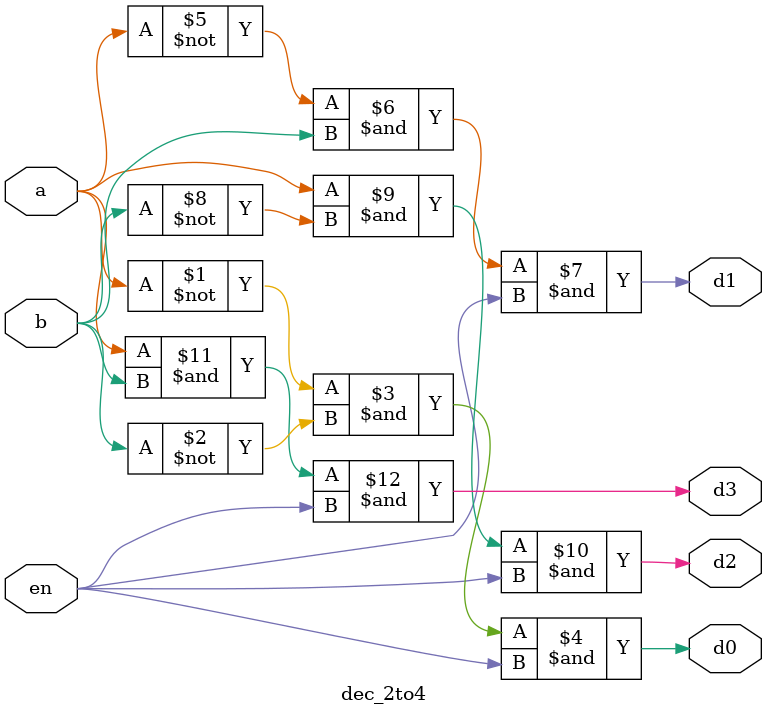
<source format=v>
module dec_2to4(a,b,en,d0,d1,d2,d3);
input a,b,en;
output d0,d1,d2,d3;
assign d0 = ~a & ~b & en;
assign d1 = ~a & b & en;
assign d2 = a & ~b & en;
assign d3 = a & b & en;
endmodule
</source>
